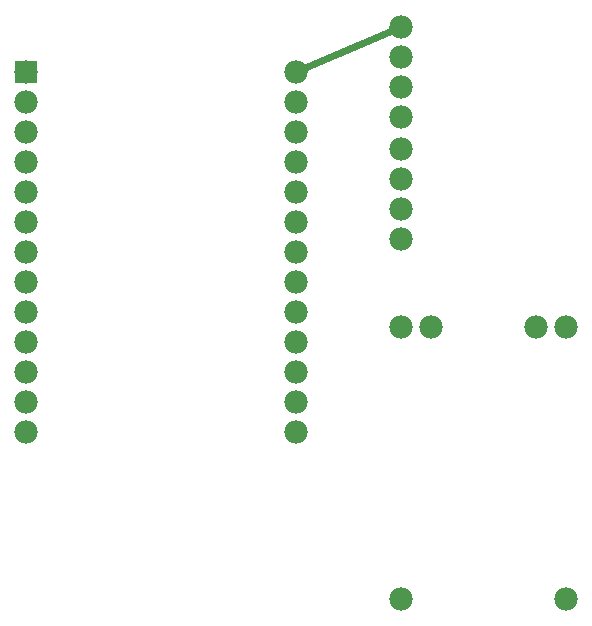
<source format=gbl>
G04 MADE WITH FRITZING*
G04 WWW.FRITZING.ORG*
G04 DOUBLE SIDED*
G04 HOLES PLATED*
G04 CONTOUR ON CENTER OF CONTOUR VECTOR*
%ASAXBY*%
%FSLAX23Y23*%
%MOIN*%
%OFA0B0*%
%SFA1.0B1.0*%
%ADD10C,0.078000*%
%ADD11R,0.078000X0.078000*%
%ADD12C,0.024000*%
%LNCOPPER0*%
G90*
G70*
G54D10*
X223Y1871D03*
X1122Y1871D03*
X223Y1771D03*
X1122Y1771D03*
X222Y1671D03*
X1122Y1671D03*
X222Y1571D03*
X1122Y1571D03*
X222Y1471D03*
X1122Y1471D03*
X222Y1371D03*
X1122Y1371D03*
X222Y1271D03*
X1122Y1271D03*
X222Y1171D03*
X1122Y1171D03*
X222Y1071D03*
X1122Y1071D03*
X222Y971D03*
X1122Y971D03*
X222Y871D03*
X1122Y871D03*
X222Y771D03*
X1122Y771D03*
X222Y671D03*
X1122Y671D03*
X1472Y2021D03*
X1472Y1921D03*
X1472Y1821D03*
X1472Y1721D03*
X1472Y2021D03*
X1472Y1921D03*
X1472Y1821D03*
X1472Y1721D03*
X1472Y1312D03*
X1472Y1412D03*
X1472Y1512D03*
X1472Y1612D03*
X1472Y112D03*
X2024Y112D03*
X1472Y1021D03*
X1572Y1021D03*
X1923Y1021D03*
X2024Y1021D03*
G54D11*
X223Y1870D03*
G54D12*
X1445Y2009D02*
X1150Y1883D01*
G04 End of Copper0*
M02*
</source>
